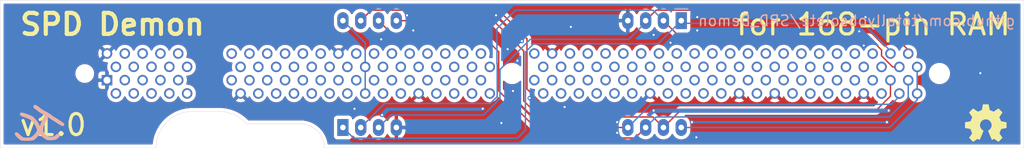
<source format=kicad_pcb>
(kicad_pcb (version 20240108) (generator "pcbnew") (generator_version "8.0")
  (layers (0 "F.Cu" signal) (31 "B.Cu" signal) (34 "B.Paste" user) (35 "F.Paste" user) (36 "B.SilkS" user "B.Silkscreen") (37 "F.SilkS" user "F.Silkscreen") (38 "B.Mask" user) (39 "F.Mask" user) (44 "Edge.Cuts" user))
  (net 0 "")
  (net 1 "/A2")
  (net 10 "/SCL")
  (net 29 "GND")
  (net 38 "/A0")
  (net 96 "/A1")
  (net 101 "/SDA")
  (net 115 "/WP")
  (net 148 "+3.3V_U1")
  (net 149 "+3.3V_U2")
  (footprint "SPD_Demon:OSHW" (layer "F.Cu") (at 165.989 41.91)
    (property "Reference" "G***" (hide yes))
    (property "Value" "LOGO" (hide yes))
  )
  (footprint "SPD_Demon:DIP-8_W15.24mm_LongPads" (layer "F.Cu") (at 74.295 42.545 90)
    (property "Reference" "U2" (hide yes))
    (property "Value" "AT24CS02-SSHM")
  )
  (footprint "SPD_Demon:Molex 0712510016 168-pin 3.3V SDRAM Socket" (layer "F.Cu") (at 40.64 35.8)
    (property "Reference" "J1" (hide yes))
    (property "Value" "Conn_02x84_Top_Bottom" (hide yes))
  )
  (footprint "SPD_Demon:DIP-8_W15.24mm_LongPads" (layer "F.Cu") (at 122.555 27.305 -90)
    (property "Reference" "U1" (hide yes))
    (property "Value" "AT24CS02-SSHM")
  )
  (footprint "SPD_Demon:JC" (layer "B.Cu") (at 30.988 42.037 180)
    (property "Reference" "G***" (hide yes))
    (property "Value" "LOGO" (hide yes))
  )
  (gr_arc (start 47.625 45.466) (mid 49.150095 41.784095) (end 52.832 40.259) (stroke (width 0.05)) (layer "Edge.Cuts"))
  (gr_arc (start 68.473486 42.037) (mid 70.739 43.126214) (end 71.65788 45.466) (stroke (width 0.05)) (layer "Edge.Cuts"))
  (gr_line (start 52.832 40.259) (end 56.642 40.259) (stroke (width 0.05)) (layer "Edge.Cuts"))
  (gr_line (start 47.625 45.466) (end 25.4 45.466) (stroke (width 0.05)) (layer "Edge.Cuts"))
  (gr_line (start 171.45 24.384) (end 171.45 45.466) (stroke (width 0.05)) (layer "Edge.Cuts"))
  (gr_line (start 25.4 45.466) (end 25.4 24.384) (stroke (width 0.05)) (layer "Edge.Cuts"))
  (gr_line (start 60.568502 42.037) (end 68.473486 42.037) (stroke (width 0.05)) (layer "Edge.Cuts"))
  (gr_line (start 171.45 45.466) (end 71.65788 45.466) (stroke (width 0.05)) (layer "Edge.Cuts"))
  (gr_line (start 171.45 24.384) (end 25.4 24.384) (stroke (width 0.05)) (layer "Edge.Cuts"))
  (gr_arc (start 56.642 40.252992) (mid 58.798392 40.719904) (end 60.568502 42.037) (stroke (width 0.05)) (layer "Edge.Cuts"))
  (gr_text "github.com/totallyobsolete/SPD_Demon" (at 170.307 28.194 0) (layer "B.SilkS") (effects (font (size 1.5 1.5) (thickness 0.2)) (justify left bottom mirror)))
  (gr_text "SPD Demon" (at 27.94 29.591 0) (layer "F.SilkS") (effects (font (size 3 3) (thickness 0.6) (bold yes)) (justify left bottom)))
  (gr_text "for 168-pin RAM" (at 130.175 29.591 0) (layer "F.SilkS") (effects (font (size 3 3) (thickness 0.45)) (justify left bottom)))
  (gr_text "v1.0" (at 27.94 43.942 0) (layer "F.SilkS") (effects (font (size 3 3) (thickness 0.45)) (justify left bottom)))
  (segment (start 117.475 27.305) (end 118.975 25.805) (width 0.2) (layer "F.Cu") (net 1))
  (segment (start 154.94 31.496) (end 154.94 32.005) (width 0.2) (layer "F.Cu") (net 1))
  (segment (start 149.249 25.805) (end 154.94 31.496) (width 0.2) (layer "F.Cu") (net 1))
  (segment (start 118.975 25.805) (end 149.249 25.805) (width 0.2) (layer "F.Cu") (net 1))
  (segment (start 101.009474 29.972) (end 96.7 34.281474) (width 0.2) (layer "B.Cu") (net 1))
  (segment (start 117.475 27.305) (end 117.475 27.559) (width 0.2) (layer "B.Cu") (net 1))
  (segment (start 94.361 40.767) (end 81.153 40.767) (width 0.2) (layer "B.Cu") (net 1))
  (segment (start 117.475 27.559) (end 115.062 29.972) (width 0.2) (layer "B.Cu") (net 1))
  (segment (start 81.153 40.767) (end 79.375 42.545) (width 0.2) (layer "B.Cu") (net 1))
  (segment (start 115.062 29.972) (end 101.009474 29.972) (width 0.2) (layer "B.Cu") (net 1))
  (segment (start 96.7 38.428) (end 94.361 40.767) (width 0.2) (layer "B.Cu") (net 1))
  (segment (start 96.7 34.281474) (end 96.7 38.428) (width 0.2) (layer "B.Cu") (net 1))
  (segment (start 94.996 30.226) (end 82.296 30.226) (width 0.2) (layer "F.Cu") (net 10))
  (segment (start 82.296 30.226) (end 79.375 27.305) (width 0.2) (layer "F.Cu") (net 10))
  (segment (start 103.227 44.045) (end 96.52 37.338) (width 0.2) (layer "F.Cu") (net 10))
  (segment (start 115.975 44.045) (end 103.227 44.045) (width 0.2) (layer "F.Cu") (net 10))
  (segment (start 117.475 42.545) (end 115.975 44.045) (width 0.2) (layer "F.Cu") (net 10))
  (segment (start 96.52 31.75) (end 94.996 30.226) (width 0.2) (layer "F.Cu") (net 10))
  (segment (start 96.52 37.338) (end 96.52 31.75) (width 0.2) (layer "F.Cu") (net 10))
  (segment (start 152.249 41.045) (end 154.94 38.354) (width 0.2) (layer "B.Cu") (net 10))
  (segment (start 117.475 42.545) (end 118.975 41.045) (width 0.2) (layer "B.Cu") (net 10))
  (segment (start 118.975 41.045) (end 152.249 41.045) (width 0.2) (layer "B.Cu") (net 10))
  (segment (start 154.94 38.354) (end 154.94 35.805) (width 0.2) (layer "B.Cu") (net 10))
  (via (at 165.227 34.798) (size 0.6) (drill 0.3) (layers "F.Cu" "B.Cu") (net 29))
  (via (at 75.946 39.878) (size 0.6) (drill 0.3) (layers "F.Cu" "B.Cu") (net 29))
  (via (at 147.955 28.829) (size 0.6) (drill 0.3) (layers "F.Cu" "B.Cu") (net 29))
  (via (at 94.234 39.878) (size 0.6) (drill 0.3) (layers "F.Cu" "B.Cu") (net 29))
  (via (at 84.328 28.702) (size 0.6) (drill 0.3) (layers "F.Cu" "B.Cu") (net 29))
  (via (at 124.714 43.942) (size 0.6) (drill 0.3) (layers "F.Cu" "B.Cu") (net 29))
  (via (at 124.841 28.702) (size 0.6) (drill 0.3) (layers "F.Cu" "B.Cu") (net 29))
  (via (at 96.139 26.543) (size 0.6) (drill 0.3) (layers "F.Cu" "B.Cu") (net 29))
  (via (at 148.844 26.797) (size 0.6) (drill 0.3) (layers "F.Cu" "B.Cu") (net 29))
  (via (at 99.822 30.226) (size 0.6) (drill 0.3) (layers "F.Cu" "B.Cu") (net 29))
  (via (at 121.031 30.4546) (size 0.6) (drill 0.3) (layers "F.Cu" "B.Cu") (net 29))
  (via (at 113.411 43.307) (size 0.6) (drill 0.3) (layers "F.Cu" "B.Cu") (net 29))
  (via (at 152.146 40.132) (size 0.6) (drill 0.3) (layers "F.Cu" "B.Cu") (net 29))
  (via (at 105.918 39.624) (size 0.6) (drill 0.3) (layers "F.Cu" "B.Cu") (net 29))
  (via (at 118.618 29.337) (size 0.6) (drill 0.3) (layers "F.Cu" "B.Cu") (net 29))
  (via (at 124.841 26.797) (size 0.6) (drill 0.3) (layers "F.Cu" "B.Cu") (net 29))
  (via (at 83.439 26.543) (size 0.6) (drill 0.3) (layers "F.Cu" "B.Cu") (net 29))
  (via (at 98.552 37.338) (size 0.6) (drill 0.3) (layers "F.Cu" "B.Cu") (net 29))
  (via (at 99.187 33.02) (size 0.6) (drill 0.3) (layers "F.Cu" "B.Cu") (net 29))
  (via (at 97.79 31.369) (size 0.6) (drill 0.3) (layers "F.Cu" "B.Cu") (net 29))
  (via (at 79.756 29.972) (size 0.6) (drill 0.3) (layers "F.Cu" "B.Cu") (net 29))
  (via (at 124.079 41.783) (size 0.6) (drill 0.3) (layers "F.Cu" "B.Cu") (net 29))
  (via (at 100.93 38.354) (size 0.6) (drill 0.3) (layers "F.Cu" "B.Cu") (net 29))
  (via (at 151.892 41.783) (size 0.6) (drill 0.3) (layers "F.Cu" "B.Cu") (net 29))
  (via (at 113.411 41.783) (size 0.6) (drill 0.3) (layers "F.Cu" "B.Cu") (net 29))
  (via (at 96.901 41.91) (size 0.6) (drill 0.3) (layers "F.Cu" "B.Cu") (net 29))
  (via (at 148.59 30.861) (size 0.6) (drill 0.3) (layers "F.Cu" "B.Cu") (net 29))
  (via (at 118.618 40.132) (size 0.6) (drill 0.3) (layers "F.Cu" "B.Cu") (net 29))
  (via (at 79.883 40.767) (size 0.6) (drill 0.3) (layers "F.Cu" "B.Cu") (net 29))
  (via (at 106.807 28.194) (size 0.6) (drill 0.3) (layers "F.Cu" "B.Cu") (net 29))
  (segment (start 99.187 44.069) (end 75.819 44.069) (width 0.2) (layer "B.Cu") (net 38))
  (segment (start 152.4 31.6235) (end 152.4 32.005) (width 0.2) (layer "B.Cu") (net 38))
  (segment (start 101.498075 30.607) (end 100.33 31.775075) (width 0.2) (layer "B.Cu") (net 38))
  (segment (start 100.33 42.926) (end 99.187 44.069) (width 0.2) (layer "B.Cu") (net 38))
  (segment (start 75.819 44.069) (end 74.295 42.545) (width 0.2) (layer "B.Cu") (net 38))
  (segment (start 122.555 27.305) (end 119.253 30.607) (width 0.2) (layer "B.Cu") (net 38))
  (segment (start 100.33 31.775075) (end 100.33 42.926) (width 0.2) (layer "B.Cu") (net 38))
  (segment (start 122.555 27.305) (end 122.936 27.686) (width 0.2) (layer "B.Cu") (net 38))
  (segment (start 122.936 27.686) (end 148.4625 27.686) (width 0.2) (layer "B.Cu") (net 38))
  (segment (start 119.253 30.607) (end 101.498075 30.607) (width 0.2) (layer "B.Cu") (net 38))
  (segment (start 148.4625 27.686) (end 152.4 31.6235) (width 0.2) (layer "B.Cu") (net 38))
  (segment (start 149.352 29.718) (end 151.13 31.496) (width 0.2) (layer "F.Cu") (net 96))
  (segment (start 152.7135 33.905) (end 153.67 33.905) (width 0.2) (layer "F.Cu") (net 96))
  (segment (start 151.13 32.3215) (end 152.7135 33.905) (width 0.2) (layer "F.Cu") (net 96))
  (segment (start 122.428 29.718) (end 149.352 29.718) (width 0.2) (layer "F.Cu") (net 96))
  (segment (start 120.015 27.305) (end 122.428 29.718) (width 0.2) (layer "F.Cu") (net 96))
  (segment (start 151.13 31.496) (end 151.13 32.3215) (width 0.2) (layer "F.Cu") (net 96))
  (segment (start 80.264 39.116) (end 76.835 42.545) (width 0.2) (layer "B.Cu") (net 96))
  (segment (start 96.3 33.465075) (end 96.3 38.134925) (width 0.2) (layer "B.Cu") (net 96))
  (segment (start 95.318925 39.116) (end 80.264 39.116) (width 0.2) (layer "B.Cu") (net 96))
  (segment (start 96.266 28.448) (end 96.266 33.431075) (width 0.2) (layer "B.Cu") (net 96))
  (segment (start 96.3 38.134925) (end 95.318925 39.116) (width 0.2) (layer "B.Cu") (net 96))
  (segment (start 96.266 33.431075) (end 96.3 33.465075) (width 0.2) (layer "B.Cu") (net 96))
  (segment (start 118.515 25.805) (end 98.909 25.805) (width 0.2) (layer "B.Cu") (net 96))
  (segment (start 120.015 27.305) (end 118.515 25.805) (width 0.2) (layer "B.Cu") (net 96))
  (segment (start 98.909 25.805) (end 96.266 28.448) (width 0.2) (layer "B.Cu") (net 96))
  (segment (start 114.935 42.545) (end 103.886 42.545) (width 0.2) (layer "F.Cu") (net 101))
  (segment (start 103.886 42.545) (end 100.076 38.735) (width 0.2) (layer "F.Cu") (net 101))
  (segment (start 100.076 38.735) (end 100.076 31.623) (width 0.2) (layer "F.Cu") (net 101))
  (segment (start 95.758 27.305) (end 81.915 27.305) (width 0.2) (layer "F.Cu") (net 101))
  (segment (start 100.076 31.623) (end 95.758 27.305) (width 0.2) (layer "F.Cu") (net 101))
  (segment (start 114.935 42.545) (end 118.237 39.243) (width 0.2) (layer "B.Cu") (net 101))
  (segment (start 152.527 39.243) (end 153.67 38.1) (width 0.2) (layer "B.Cu") (net 101))
  (segment (start 153.67 38.1) (end 153.67 37.705) (width 0.2) (layer "B.Cu") (net 101))
  (segment (start 118.237 39.243) (end 152.527 39.243) (width 0.2) (layer "B.Cu") (net 101))
  (segment (start 120.015 42.545) (end 122.428 40.132) (width 0.2) (layer "F.Cu") (net 115))
  (segment (start 78.335 25.805) (end 96.474686 25.805) (width 0.2) (layer "F.Cu") (net 115))
  (segment (start 152.4 38.066) (end 152.4 35.805) (width 0.2) (layer "F.Cu") (net 115))
  (segment (start 118.515 41.045) (end 120.015 42.545) (width 0.2) (layer "F.Cu") (net 115))
  (segment (start 104.545 41.045) (end 118.515 41.045) (width 0.2) (layer "F.Cu") (net 115))
  (segment (start 150.334 40.132) (end 152.4 38.066) (width 0.2) (layer "F.Cu") (net 115))
  (segment (start 100.55 29.880314) (end 100.55 37.05) (width 0.2) (layer "F.Cu") (net 115))
  (segment (start 100.55 37.05) (end 104.545 41.045) (width 0.2) (layer "F.Cu") (net 115))
  (segment (start 76.835 27.305) (end 78.335 25.805) (width 0.2) (layer "F.Cu") (net 115))
  (segment (start 122.428 40.132) (end 150.334 40.132) (width 0.2) (layer "F.Cu") (net 115))
  (segment (start 96.474686 25.805) (end 100.55 29.880314) (width 0.2) (layer "F.Cu") (net 115))
  (segment (start 156.21 37.705) (end 156.21 33.905) (width 0.2) (layer "B.Cu") (net 148))
  (segment (start 156.21 38.608) (end 156.21 37.705) (width 0.2) (layer "B.Cu") (net 148))
  (segment (start 152.273 42.545) (end 156.21 38.608) (width 0.2) (layer "B.Cu") (net 148))
  (segment (start 122.555 42.545) (end 152.273 42.545) (width 0.2) (layer "B.Cu") (net 148))
  (segment (start 74.295 27.305) (end 77.47 30.48) (width 0.2) (layer "B.Cu") (net 149))
  (segment (start 77.47 30.48) (end 77.47 37.7) (width 0.2) (layer "B.Cu") (net 149))
  (zone (net 29) (net_name "GND") (layers "F.Cu" "B.Cu") (connect_pads (clearance 0.5)) (min_thickness 0.25) (fill yes (thermal_gap 0.5) (thermal_bridge_width 0.5))
    (polygon (pts (xy 25.4 24.384) (xy 171.45 24.384) (xy 171.45 45.466) (xy 25.4 45.466)))
  )
)
</source>
